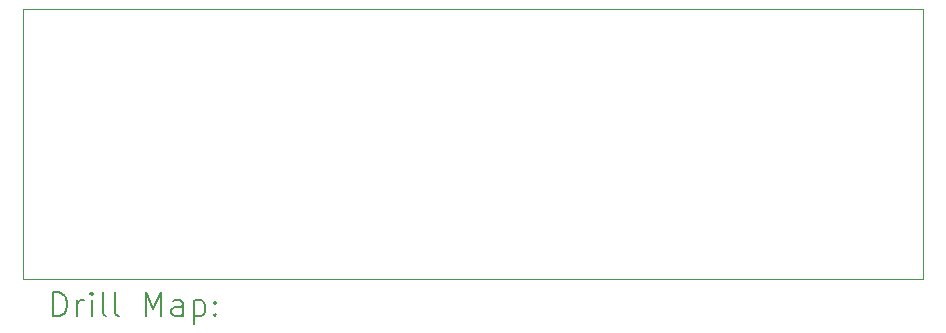
<source format=gbr>
%TF.GenerationSoftware,KiCad,Pcbnew,7.0.7*%
%TF.CreationDate,2023-09-04T23:57:06-07:00*%
%TF.ProjectId,PT Board Ground Systems V1.1,50542042-6f61-4726-9420-47726f756e64,rev?*%
%TF.SameCoordinates,Original*%
%TF.FileFunction,Drillmap*%
%TF.FilePolarity,Positive*%
%FSLAX45Y45*%
G04 Gerber Fmt 4.5, Leading zero omitted, Abs format (unit mm)*
G04 Created by KiCad (PCBNEW 7.0.7) date 2023-09-04 23:57:06*
%MOMM*%
%LPD*%
G01*
G04 APERTURE LIST*
%ADD10C,0.100000*%
%ADD11C,0.200000*%
G04 APERTURE END LIST*
D10*
X2540000Y-2540000D02*
X10160000Y-2540000D01*
X10160000Y-4826000D01*
X2540000Y-4826000D01*
X2540000Y-2540000D01*
D11*
X2795777Y-5142484D02*
X2795777Y-4942484D01*
X2795777Y-4942484D02*
X2843396Y-4942484D01*
X2843396Y-4942484D02*
X2871967Y-4952008D01*
X2871967Y-4952008D02*
X2891015Y-4971055D01*
X2891015Y-4971055D02*
X2900539Y-4990103D01*
X2900539Y-4990103D02*
X2910062Y-5028198D01*
X2910062Y-5028198D02*
X2910062Y-5056770D01*
X2910062Y-5056770D02*
X2900539Y-5094865D01*
X2900539Y-5094865D02*
X2891015Y-5113912D01*
X2891015Y-5113912D02*
X2871967Y-5132960D01*
X2871967Y-5132960D02*
X2843396Y-5142484D01*
X2843396Y-5142484D02*
X2795777Y-5142484D01*
X2995777Y-5142484D02*
X2995777Y-5009150D01*
X2995777Y-5047246D02*
X3005301Y-5028198D01*
X3005301Y-5028198D02*
X3014824Y-5018674D01*
X3014824Y-5018674D02*
X3033872Y-5009150D01*
X3033872Y-5009150D02*
X3052920Y-5009150D01*
X3119586Y-5142484D02*
X3119586Y-5009150D01*
X3119586Y-4942484D02*
X3110062Y-4952008D01*
X3110062Y-4952008D02*
X3119586Y-4961531D01*
X3119586Y-4961531D02*
X3129110Y-4952008D01*
X3129110Y-4952008D02*
X3119586Y-4942484D01*
X3119586Y-4942484D02*
X3119586Y-4961531D01*
X3243396Y-5142484D02*
X3224348Y-5132960D01*
X3224348Y-5132960D02*
X3214824Y-5113912D01*
X3214824Y-5113912D02*
X3214824Y-4942484D01*
X3348158Y-5142484D02*
X3329110Y-5132960D01*
X3329110Y-5132960D02*
X3319586Y-5113912D01*
X3319586Y-5113912D02*
X3319586Y-4942484D01*
X3576729Y-5142484D02*
X3576729Y-4942484D01*
X3576729Y-4942484D02*
X3643396Y-5085341D01*
X3643396Y-5085341D02*
X3710062Y-4942484D01*
X3710062Y-4942484D02*
X3710062Y-5142484D01*
X3891015Y-5142484D02*
X3891015Y-5037722D01*
X3891015Y-5037722D02*
X3881491Y-5018674D01*
X3881491Y-5018674D02*
X3862443Y-5009150D01*
X3862443Y-5009150D02*
X3824348Y-5009150D01*
X3824348Y-5009150D02*
X3805301Y-5018674D01*
X3891015Y-5132960D02*
X3871967Y-5142484D01*
X3871967Y-5142484D02*
X3824348Y-5142484D01*
X3824348Y-5142484D02*
X3805301Y-5132960D01*
X3805301Y-5132960D02*
X3795777Y-5113912D01*
X3795777Y-5113912D02*
X3795777Y-5094865D01*
X3795777Y-5094865D02*
X3805301Y-5075817D01*
X3805301Y-5075817D02*
X3824348Y-5066293D01*
X3824348Y-5066293D02*
X3871967Y-5066293D01*
X3871967Y-5066293D02*
X3891015Y-5056770D01*
X3986253Y-5009150D02*
X3986253Y-5209150D01*
X3986253Y-5018674D02*
X4005301Y-5009150D01*
X4005301Y-5009150D02*
X4043396Y-5009150D01*
X4043396Y-5009150D02*
X4062443Y-5018674D01*
X4062443Y-5018674D02*
X4071967Y-5028198D01*
X4071967Y-5028198D02*
X4081491Y-5047246D01*
X4081491Y-5047246D02*
X4081491Y-5104389D01*
X4081491Y-5104389D02*
X4071967Y-5123436D01*
X4071967Y-5123436D02*
X4062443Y-5132960D01*
X4062443Y-5132960D02*
X4043396Y-5142484D01*
X4043396Y-5142484D02*
X4005301Y-5142484D01*
X4005301Y-5142484D02*
X3986253Y-5132960D01*
X4167205Y-5123436D02*
X4176729Y-5132960D01*
X4176729Y-5132960D02*
X4167205Y-5142484D01*
X4167205Y-5142484D02*
X4157682Y-5132960D01*
X4157682Y-5132960D02*
X4167205Y-5123436D01*
X4167205Y-5123436D02*
X4167205Y-5142484D01*
X4167205Y-5018674D02*
X4176729Y-5028198D01*
X4176729Y-5028198D02*
X4167205Y-5037722D01*
X4167205Y-5037722D02*
X4157682Y-5028198D01*
X4157682Y-5028198D02*
X4167205Y-5018674D01*
X4167205Y-5018674D02*
X4167205Y-5037722D01*
M02*

</source>
